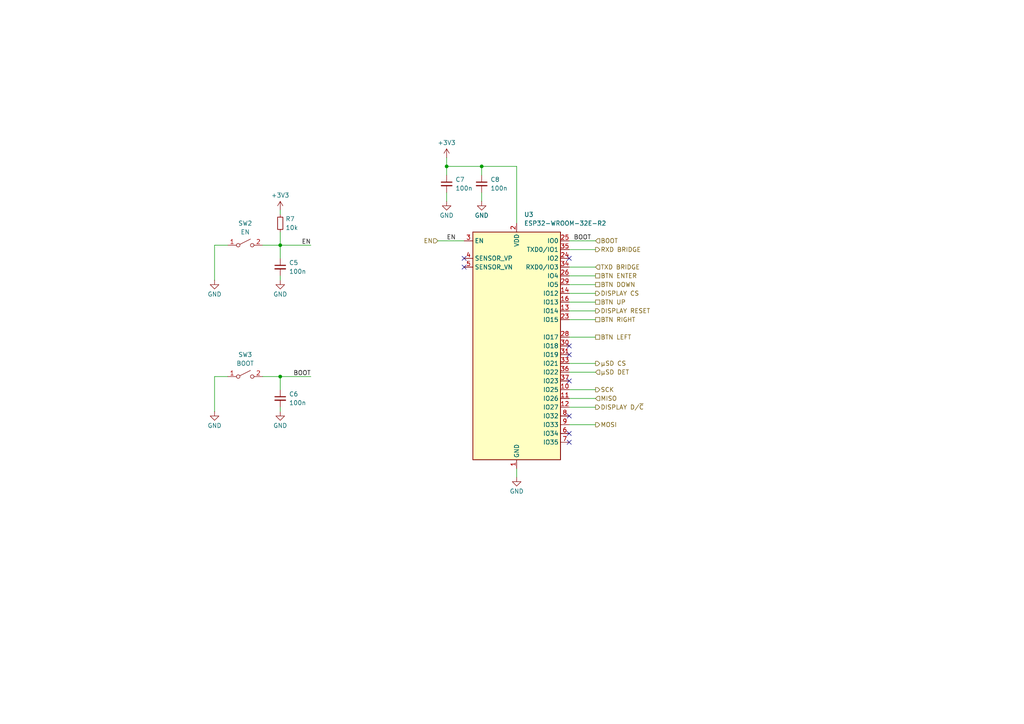
<source format=kicad_sch>
(kicad_sch (version 20250114) (generator "eeschema") (generator_version "9.0")
  (paper "A4")
  (title_block (title "ESP32MP3 devboard") (date "2025-12-08") (rev "Rev 1.1") (company "GiacoBot") (comment 1 "https://github.com/GiacoBot/ESP32MP3"))
  (lib_symbols
    (symbol "Device:C_Small" (pin_numbers (hide yes)) (pin_names (offset 0.254) (hide yes))
      (property "Reference" "C" (at 0.254 1.778 0))
      (property "Value" "C_Small" (at 0.254 -2.032 0))
      (symbol "C_Small_0_1"
        (polyline (pts (xy -1.524 0.508) (xy 1.524 0.508)) (stroke (width 0.3048)))
        (polyline (pts (xy -1.524 -0.508) (xy 1.524 -0.508)) (stroke (width 0.3302)))
      )
      (symbol "C_Small_1_1"
        (pin passive line (at 0 2.54 270) (length 2.032) (name "~") (number "1"))
        (pin passive line (at 0 -2.54 90) (length 2.032) (name "~") (number "2"))
      )
    )
    (symbol "Device:R_Small" (pin_numbers (hide yes)) (pin_names (offset 0.254) (hide yes))
      (property "Reference" "R" (at 0 0 90))
      (property "Value" "R_Small" (at 1.778 0 90))
      (symbol "R_Small_0_1"
        (rectangle (start -0.762 1.778) (end 0.762 -1.778) (stroke (width 0.2032)))
      )
      (symbol "R_Small_1_1"
        (pin passive line (at 0 2.54 270) (length 0.762) (name "~") (number "1"))
        (pin passive line (at 0 -2.54 90) (length 0.762) (name "~") (number "2"))
      )
    )
    (symbol "RF_Module:ESP32-WROOM-32E-R2"
      (property "Reference" "U" (at -12.7 34.29 0))
      (property "Value" "ESP32-WROOM-32E-R2" (at 1.27 34.29 0))
      (symbol "ESP32-WROOM-32E-R2_0_1"
        (rectangle (start -12.7 33.02) (end 12.7 -33.02) (stroke (width 0.254)) (fill (type background)))
      )
      (symbol "ESP32-WROOM-32E-R2_1_1"
        (pin input line (at -15.24 30.48 0) (length 2.54) (name "EN") (number "3"))
        (pin input line (at -15.24 25.4 0) (length 2.54) (name "SENSOR_VP") (number "4"))
        (pin input line (at -15.24 22.86 0) (length 2.54) (name "SENSOR_VN") (number "5"))
        (pin no_connect line (at -12.7 0 0) (length 2.54) (hide yes) (name "NC") (number "21"))
        (pin no_connect line (at -12.7 -2.54 0) (length 2.54) (hide yes) (name "NC") (number "22"))
        (pin no_connect line (at -12.7 -5.08 0) (length 2.54) (hide yes) (name "NC") (number "17"))
        (pin no_connect line (at -12.7 -7.62 0) (length 2.54) (hide yes) (name "NC") (number "18"))
        (pin no_connect line (at -12.7 -10.16 0) (length 2.54) (hide yes) (name "NC") (number "20"))
        (pin no_connect line (at -12.7 -12.7 0) (length 2.54) (hide yes) (name "NC") (number "19"))
        (pin no_connect line (at -12.7 -27.94 0) (length 2.54) (hide yes) (name "NC") (number "32"))
        (pin power_in line (at 0 35.56 270) (length 2.54) (name "VDD") (number "2"))
        (pin power_in line (at 0 -35.56 90) (length 2.54) (name "GND") (number "1"))
        (pin passive line (at 0 -35.56 90) (length 2.54) (hide yes) (name "GND") (number "15"))
        (pin passive line (at 0 -35.56 90) (length 2.54) (hide yes) (name "GND") (number "38"))
        (pin passive line (at 0 -35.56 90) (length 2.54) (hide yes) (name "GND") (number "39"))
        (pin no_connect line (at 12.7 5.08 180) (length 2.54) (hide yes) (name "NC") (number "27"))
        (pin bidirectional line (at 15.24 30.48 180) (length 2.54) (name "IO0") (number "25"))
        (pin bidirectional line (at 15.24 27.94 180) (length 2.54) (name "TXD0/IO1") (number "35"))
        (pin bidirectional line (at 15.24 25.4 180) (length 2.54) (name "IO2") (number "24"))
        (pin bidirectional line (at 15.24 22.86 180) (length 2.54) (name "RXD0/IO3") (number "34"))
        (pin bidirectional line (at 15.24 20.32 180) (length 2.54) (name "IO4") (number "26"))
        (pin bidirectional line (at 15.24 17.78 180) (length 2.54) (name "IO5") (number "29"))
        (pin bidirectional line (at 15.24 15.24 180) (length 2.54) (name "IO12") (number "14"))
        (pin bidirectional line (at 15.24 12.7 180) (length 2.54) (name "IO13") (number "16"))
        (pin bidirectional line (at 15.24 10.16 180) (length 2.54) (name "IO14") (number "13"))
        (pin bidirectional line (at 15.24 7.62 180) (length 2.54) (name "IO15") (number "23"))
        (pin bidirectional line (at 15.24 2.54 180) (length 2.54) (name "IO17") (number "28"))
        (pin bidirectional line (at 15.24 0 180) (length 2.54) (name "IO18") (number "30"))
        (pin bidirectional line (at 15.24 -2.54 180) (length 2.54) (name "IO19") (number "31"))
        (pin bidirectional line (at 15.24 -5.08 180) (length 2.54) (name "IO21") (number "33"))
        (pin bidirectional line (at 15.24 -7.62 180) (length 2.54) (name "IO22") (number "36"))
        (pin bidirectional line (at 15.24 -10.16 180) (length 2.54) (name "IO23") (number "37"))
        (pin bidirectional line (at 15.24 -12.7 180) (length 2.54) (name "IO25") (number "10"))
        (pin bidirectional line (at 15.24 -15.24 180) (length 2.54) (name "IO26") (number "11"))
        (pin bidirectional line (at 15.24 -17.78 180) (length 2.54) (name "IO27") (number "12"))
        (pin bidirectional line (at 15.24 -20.32 180) (length 2.54) (name "IO32") (number "8"))
        (pin bidirectional line (at 15.24 -22.86 180) (length 2.54) (name "IO33") (number "9"))
        (pin input line (at 15.24 -25.4 180) (length 2.54) (name "IO34") (number "6"))
        (pin input line (at 15.24 -27.94 180) (length 2.54) (name "IO35") (number "7"))
      )
    )
    (symbol "Switch:SW_SPST" (pin_names (offset 0) (hide yes))
      (property "Reference" "SW" (at 0 3.175 0))
      (property "Value" "SW_SPST" (at 0 -2.54 0))
      (symbol "SW_SPST_0_0"
        (circle (center -2.032 0) (radius 0.508))
        (polyline (pts (xy -1.524 0.254) (xy 1.524 1.778)))
        (circle (center 2.032 0) (radius 0.508))
      )
      (symbol "SW_SPST_1_1"
        (pin passive line (at -5.08 0 0) (length 2.54) (name "A") (number "1"))
        (pin passive line (at 5.08 0 180) (length 2.54) (name "B") (number "2"))
      )
    )
    (symbol "power:+3V3" (power) (pin_numbers (hide yes)) (pin_names (offset 0) (hide yes))
      (property "Value" "+3V3" (at 0 3.556 0))
      (symbol "+3V3_0_1"
        (polyline (pts (xy -0.762 1.27) (xy 0 2.54)))
        (polyline (pts (xy 0 2.54) (xy 0.762 1.27)))
        (polyline (pts (xy 0 0) (xy 0 2.54)))
      )
      (symbol "+3V3_1_1"
        (pin power_in line (at 0 0 90) (length 0) (name "~") (number "1"))
      )
    )
    (symbol "power:GND" (power) (pin_numbers (hide yes)) (pin_names (offset 0) (hide yes))
      (property "Value" "GND" (at 0 -3.81 0))
      (symbol "GND_0_1"
        (polyline (pts (xy 0 0) (xy 0 -1.27) (xy 1.27 -1.27) (xy 0 -2.54) (xy -1.27 -1.27) (xy 0 -1.27)))
      )
      (symbol "GND_1_1"
        (pin power_in line (at 0 0 270) (length 0) (name "~") (number "1"))
      )
    )
  )
  (junction (at 81.28 71.12))
  (junction (at 139.7 48.26))
  (junction (at 129.54 48.26))
  (junction (at 81.28 109.22))
  (no_connect (at 165.1 100.33))
  (no_connect (at 165.1 120.65))
  (no_connect (at 165.1 102.87))
  (no_connect (at 165.1 125.73))
  (no_connect (at 165.1 74.93))
  (no_connect (at 165.1 110.49))
  (no_connect (at 134.62 74.93))
  (no_connect (at 134.62 77.47))
  (no_connect (at 165.1 128.27))
  (wire (pts (xy 172.72 90.17) (xy 165.1 90.17)))
  (wire (pts (xy 81.28 71.12) (xy 81.28 74.93)))
  (wire (pts (xy 139.7 50.8) (xy 139.7 48.26)))
  (wire (pts (xy 165.1 72.39) (xy 172.72 72.39)))
  (wire (pts (xy 81.28 67.31) (xy 81.28 71.12)))
  (wire (pts (xy 129.54 50.8) (xy 129.54 48.26)))
  (wire (pts (xy 165.1 87.63) (xy 172.72 87.63)))
  (wire (pts (xy 172.72 69.85) (xy 165.1 69.85)))
  (wire (pts (xy 62.23 71.12) (xy 62.23 81.28)))
  (wire (pts (xy 81.28 71.12) (xy 90.17 71.12)))
  (wire (pts (xy 81.28 80.01) (xy 81.28 81.28)))
  (wire (pts (xy 139.7 55.88) (xy 139.7 58.42)))
  (wire (pts (xy 172.72 115.57) (xy 165.1 115.57)))
  (wire (pts (xy 172.72 85.09) (xy 165.1 85.09)))
  (wire (pts (xy 172.72 80.01) (xy 165.1 80.01)))
  (wire (pts (xy 81.28 60.96) (xy 81.28 62.23)))
  (wire (pts (xy 172.72 92.71) (xy 165.1 92.71)))
  (wire (pts (xy 165.1 77.47) (xy 172.72 77.47)))
  (wire (pts (xy 62.23 109.22) (xy 66.04 109.22)))
  (wire (pts (xy 76.2 109.22) (xy 81.28 109.22)))
  (wire (pts (xy 172.72 113.03) (xy 165.1 113.03)))
  (wire (pts (xy 81.28 109.22) (xy 90.17 109.22)))
  (wire (pts (xy 172.72 82.55) (xy 165.1 82.55)))
  (wire (pts (xy 172.72 118.11) (xy 165.1 118.11)))
  (wire (pts (xy 172.72 123.19) (xy 165.1 123.19)))
  (wire (pts (xy 81.28 118.11) (xy 81.28 119.38)))
  (wire (pts (xy 129.54 48.26) (xy 139.7 48.26)))
  (wire (pts (xy 139.7 48.26) (xy 149.86 48.26)))
  (wire (pts (xy 81.28 109.22) (xy 81.28 113.03)))
  (wire (pts (xy 129.54 45.72) (xy 129.54 48.26)))
  (wire (pts (xy 129.54 55.88) (xy 129.54 58.42)))
  (wire (pts (xy 172.72 105.41) (xy 165.1 105.41)))
  (wire (pts (xy 172.72 107.95) (xy 165.1 107.95)))
  (wire (pts (xy 172.72 97.79) (xy 165.1 97.79)))
  (wire (pts (xy 76.2 71.12) (xy 81.28 71.12)))
  (wire (pts (xy 149.86 135.89) (xy 149.86 138.43)))
  (wire (pts (xy 62.23 109.22) (xy 62.23 119.38)))
  (wire (pts (xy 62.23 71.12) (xy 66.04 71.12)))
  (wire (pts (xy 149.86 48.26) (xy 149.86 64.77)))
  (wire (pts (xy 127 69.85) (xy 134.62 69.85)))
  (label "EN" (at 90.17 71.12 180))
  (label "BOOT" (at 90.17 109.22 180))
  (label "BOOT" (at 166.37 69.85 0))
  (label "EN" (at 129.54 69.85 0))
  (hierarchical_label "µSD CS" (shape output) (at 172.72 105.41 0))
  (hierarchical_label "SCK" (shape output) (at 172.72 113.03 0))
  (hierarchical_label "BOOT" (shape input) (at 172.72 69.85 0))
  (hierarchical_label "DISPLAY CS" (shape output) (at 172.72 85.09 0))
  (hierarchical_label "DISPLAY D{slash}~{C}" (shape output) (at 172.72 118.11 0))
  (hierarchical_label "µSD DET" (shape input) (at 172.72 107.95 0))
  (hierarchical_label "EN" (shape input) (at 127 69.85 180))
  (hierarchical_label "DISPLAY RESET" (shape output) (at 172.72 90.17 0))
  (hierarchical_label "RXD BRIDGE" (shape output) (at 172.72 72.39 0))
  (hierarchical_label "BTN DOWN" (shape passive) (at 172.72 82.55 0))
  (hierarchical_label "BTN ENTER" (shape passive) (at 172.72 80.01 0))
  (hierarchical_label "MOSI" (shape output) (at 172.72 123.19 0))
  (hierarchical_label "TXD BRIDGE" (shape input) (at 172.72 77.47 0))
  (hierarchical_label "BTN RIGHT" (shape passive) (at 172.72 92.71 0))
  (hierarchical_label "BTN LEFT" (shape passive) (at 172.72 97.79 0))
  (hierarchical_label "BTN UP" (shape passive) (at 172.72 87.63 0))
  (hierarchical_label "MISO" (shape input) (at 172.72 115.57 0))
  (symbol (lib_id "Device:R_Small") (at 81.28 64.77 0) (unit 1)
    (property "Reference" "R7" (at 82.804 63.5 0) (effects (justify left)))
    (property "Value" "10k" (at 82.804 66.04 0) (effects (justify left)))
    (property "Footprint" "Resistor_SMD:R_0603_1608Metric_Pad0.98x0.95mm_HandSolder" (effects (hide yes)))
    (property "Description" "Resistor, small symbol" (effects (hide yes)))
    (property "Part Number" "YAGEO RC0603FR-0710KL" (effects (hide yes)))
  )
  (symbol (lib_id "power:+3V3") (at 129.54 45.72 0) (unit 1)
    (property "Reference" "#PWR024" (effects (hide yes)))
    (property "Value" "+3V3" (at 129.54 41.402 0))
    (property "Description" "Power symbol creates a global label with name \"+3V3\"" (effects (hide yes)))
  )
  (symbol (lib_id "power:GND") (at 139.7 58.42 0) (unit 1)
    (property "Reference" "#PWR026" (effects (hide yes)))
    (property "Value" "GND" (at 139.7 62.484 0))
    (property "Description" "Power symbol creates a global label with name \"GND\" , ground" (effects (hide yes)))
  )
  (symbol (lib_id "Device:C_Small") (at 129.54 53.34 0) (unit 1)
    (property "Reference" "C7" (at 132.08 52.0762 0) (effects (justify left)))
    (property "Value" "100n" (at 132.08 54.6162 0) (effects (justify left)))
    (property "Footprint" "Capacitor_SMD:C_0603_1608Metric" (effects (hide yes)))
    (property "Description" "Unpolarized capacitor, small symbol" (effects (hide yes)))
    (property "Part Number" "YAGEO CC0603KRX7R9BB104" (effects (hide yes)))
  )
  (symbol (lib_id "Device:C_Small") (at 81.28 115.57 0) (unit 1)
    (property "Reference" "C6" (at 83.82 114.3062 0) (effects (justify left)))
    (property "Value" "100n" (at 83.82 116.8462 0) (effects (justify left)))
    (property "Footprint" "Capacitor_SMD:C_0603_1608Metric" (effects (hide yes)))
    (property "Description" "Unpolarized capacitor, small symbol" (effects (hide yes)))
    (property "Part Number" "YAGEO CC0603KRX7R9BB104" (effects (hide yes)))
  )
  (symbol (lib_id "power:GND") (at 62.23 119.38 0) (unit 1)
    (property "Reference" "#PWR020" (effects (hide yes)))
    (property "Value" "GND" (at 62.23 123.444 0))
    (property "Description" "Power symbol creates a global label with name \"GND\" , ground" (effects (hide yes)))
  )
  (symbol (lib_id "power:GND") (at 81.28 119.38 0) (unit 1)
    (property "Reference" "#PWR023" (effects (hide yes)))
    (property "Value" "GND" (at 81.28 123.444 0))
    (property "Description" "Power symbol creates a global label with name \"GND\" , ground" (effects (hide yes)))
  )
  (symbol (lib_id "Device:C_Small") (at 139.7 53.34 0) (unit 1)
    (property "Reference" "C8" (at 142.24 52.0762 0) (effects (justify left)))
    (property "Value" "100n" (at 142.24 54.6162 0) (effects (justify left)))
    (property "Footprint" "Capacitor_SMD:C_0603_1608Metric" (effects (hide yes)))
    (property "Description" "Unpolarized capacitor, small symbol" (effects (hide yes)))
    (property "Part Number" "YAGEO CC0603KRX7R9BB104" (effects (hide yes)))
  )
  (symbol (lib_id "power:GND") (at 149.86 138.43 0) (unit 1)
    (property "Reference" "#PWR027" (effects (hide yes)))
    (property "Value" "GND" (at 149.86 142.494 0))
    (property "Description" "Power symbol creates a global label with name \"GND\" , ground" (effects (hide yes)))
  )
  (symbol (lib_id "power:GND") (at 81.28 81.28 0) (unit 1)
    (property "Reference" "#PWR022" (effects (hide yes)))
    (property "Value" "GND" (at 81.28 85.344 0))
    (property "Description" "Power symbol creates a global label with name \"GND\" , ground" (effects (hide yes)))
  )
  (symbol (lib_id "power:GND") (at 62.23 81.28 0) (unit 1)
    (property "Reference" "#PWR019" (effects (hide yes)))
    (property "Value" "GND" (at 62.23 85.344 0))
    (property "Description" "Power symbol creates a global label with name \"GND\" , ground" (effects (hide yes)))
  )
  (symbol (lib_id "RF_Module:ESP32-WROOM-32E-R2") (at 149.86 100.33 0) (unit 1)
    (property "Reference" "U3" (at 152.0033 62.23 0) (effects (justify left)))
    (property "Value" "ESP32-WROOM-32E-R2" (at 152.0033 64.77 0) (effects (justify left)))
    (property "Footprint" "RF_Module:ESP32-WROOM-32D" (effects (hide yes)))
    (property "Datasheet" "https://www.espressif.com/sites/default/files/documentation/esp32-wroom-32e_esp32-wroom-32ue_datasheet_en.pdf" (effects (hide yes)))
    (property "Description" "RF Module, ESP32-D0WDR2-V3 SoC, with 2MB PSRAM, Wi-Fi 802.11b/g/n, Bluetooth, BLE, 32-bit, 2.7-3.6V, onboard antenna, SMD" (effects (hide yes)))
    (property "Part Number" "ESPRESSIF ESP32-WROOM-32E-N8R2" (effects (hide yes)))
  )
  (symbol (lib_id "power:GND") (at 129.54 58.42 0) (unit 1)
    (property "Reference" "#PWR025" (effects (hide yes)))
    (property "Value" "GND" (at 129.54 62.484 0))
    (property "Description" "Power symbol creates a global label with name \"GND\" , ground" (effects (hide yes)))
  )
  (symbol (lib_id "power:+3V3") (at 81.28 60.96 0) (unit 1)
    (property "Reference" "#PWR021" (effects (hide yes)))
    (property "Value" "+3V3" (at 81.28 56.642 0))
    (property "Description" "Power symbol creates a global label with name \"+3V3\"" (effects (hide yes)))
  )
  (symbol (lib_id "Device:C_Small") (at 81.28 77.47 0) (unit 1)
    (property "Reference" "C5" (at 83.82 76.2062 0) (effects (justify left)))
    (property "Value" "100n" (at 83.82 78.7462 0) (effects (justify left)))
    (property "Footprint" "Capacitor_SMD:C_0603_1608Metric" (effects (hide yes)))
    (property "Description" "Unpolarized capacitor, small symbol" (effects (hide yes)))
    (property "Part Number" "YAGEO CC0603KRX7R9BB104" (effects (hide yes)))
  )
  (symbol (lib_id "Switch:SW_SPST") (at 71.12 109.22 0) (unit 1)
    (property "Reference" "SW3" (at 71.12 102.87 0))
    (property "Value" "BOOT" (at 71.12 105.41 0))
    (property "Footprint" "Library:SW_TS-1088-AR02016" (effects (hide yes)))
    (property "Description" "Single Pole Single Throw (SPST) switch" (effects (hide yes)))
    (property "Part Number" "XUNPU TS-1088-AR02016" (effects (hide yes)))
  )
  (symbol (lib_id "Switch:SW_SPST") (at 71.12 71.12 0) (unit 1)
    (property "Reference" "SW2" (at 71.12 64.77 0))
    (property "Value" "EN" (at 71.12 67.31 0))
    (property "Footprint" "Library:SW_TS-1088-AR02016" (effects (hide yes)))
    (property "Description" "Single Pole Single Throw (SPST) switch" (effects (hide yes)))
    (property "Part Number" "XUNPU TS-1088-AR02016" (effects (hide yes)))
  )
)
</source>
